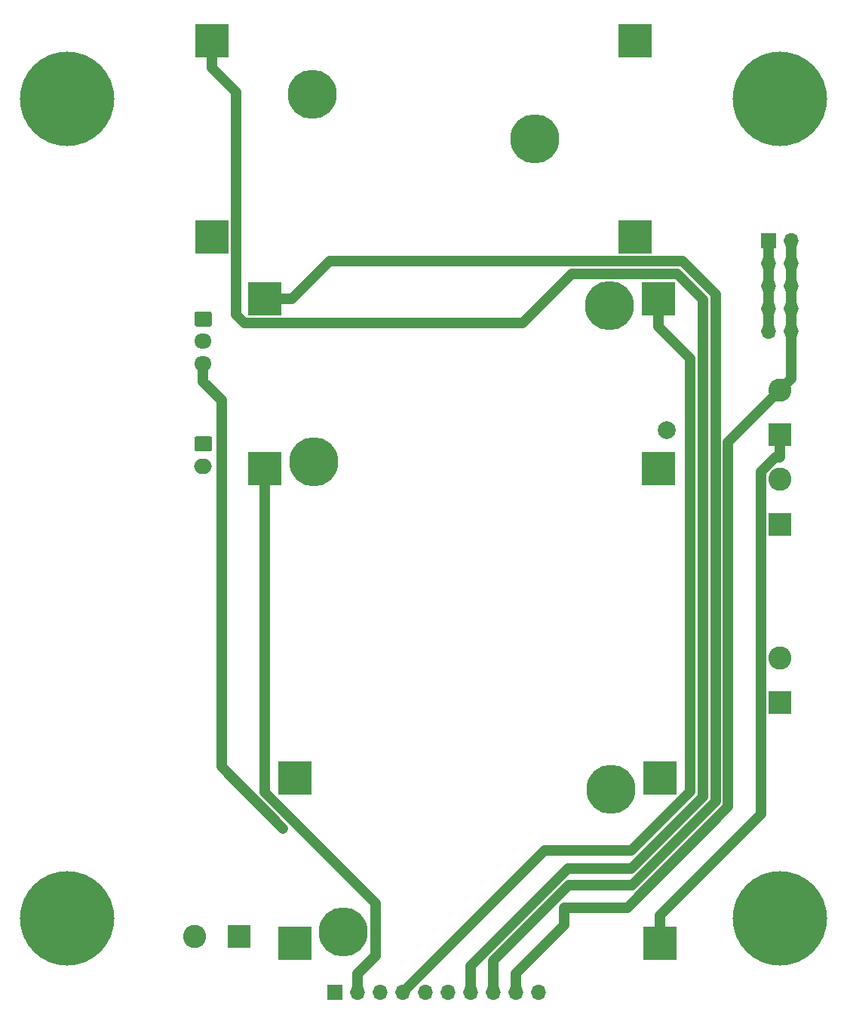
<source format=gtl>
G04 #@! TF.GenerationSoftware,KiCad,Pcbnew,5.1.10*
G04 #@! TF.CreationDate,2021-06-29T02:57:08-05:00*
G04 #@! TF.ProjectId,Power Board,506f7765-7220-4426-9f61-72642e6b6963,rev?*
G04 #@! TF.SameCoordinates,Original*
G04 #@! TF.FileFunction,Copper,L1,Top*
G04 #@! TF.FilePolarity,Positive*
%FSLAX46Y46*%
G04 Gerber Fmt 4.6, Leading zero omitted, Abs format (unit mm)*
G04 Created by KiCad (PCBNEW 5.1.10) date 2021-06-29 02:57:08*
%MOMM*%
%LPD*%
G01*
G04 APERTURE LIST*
G04 #@! TA.AperFunction,ComponentPad*
%ADD10O,1.700000X1.700000*%
G04 #@! TD*
G04 #@! TA.AperFunction,ComponentPad*
%ADD11R,1.700000X1.700000*%
G04 #@! TD*
G04 #@! TA.AperFunction,ComponentPad*
%ADD12O,1.950000X1.700000*%
G04 #@! TD*
G04 #@! TA.AperFunction,ComponentPad*
%ADD13C,0.500000*%
G04 #@! TD*
G04 #@! TA.AperFunction,ComponentPad*
%ADD14C,5.500000*%
G04 #@! TD*
G04 #@! TA.AperFunction,ComponentPad*
%ADD15R,3.750000X3.750000*%
G04 #@! TD*
G04 #@! TA.AperFunction,ComponentPad*
%ADD16C,2.600000*%
G04 #@! TD*
G04 #@! TA.AperFunction,ComponentPad*
%ADD17R,2.600000X2.600000*%
G04 #@! TD*
G04 #@! TA.AperFunction,ComponentPad*
%ADD18C,2.000000*%
G04 #@! TD*
G04 #@! TA.AperFunction,ComponentPad*
%ADD19O,2.000000X1.700000*%
G04 #@! TD*
G04 #@! TA.AperFunction,ComponentPad*
%ADD20C,10.600000*%
G04 #@! TD*
G04 #@! TA.AperFunction,ComponentPad*
%ADD21C,0.900000*%
G04 #@! TD*
G04 #@! TA.AperFunction,ViaPad*
%ADD22C,0.800000*%
G04 #@! TD*
G04 #@! TA.AperFunction,Conductor*
%ADD23C,1.200000*%
G04 #@! TD*
G04 APERTURE END LIST*
D10*
X80360000Y-126250000D03*
X77820000Y-126250000D03*
X75280000Y-126250000D03*
X72740000Y-126250000D03*
X70200000Y-126250000D03*
X67660000Y-126250000D03*
X65120000Y-126250000D03*
X62580000Y-126250000D03*
X60040000Y-126250000D03*
D11*
X57500000Y-126250000D03*
D10*
X108790000Y-52120000D03*
X106250000Y-52120000D03*
X108790000Y-49580000D03*
X106250000Y-49580000D03*
X108790000Y-47040000D03*
X106250000Y-47040000D03*
X108790000Y-44500000D03*
X106250000Y-44500000D03*
X108790000Y-41960000D03*
D11*
X106250000Y-41960000D03*
D12*
X42750000Y-55750000D03*
X42750000Y-53250000D03*
G04 #@! TA.AperFunction,ComponentPad*
G36*
G01*
X42025000Y-49900000D02*
X43475000Y-49900000D01*
G75*
G02*
X43725000Y-50150000I0J-250000D01*
G01*
X43725000Y-51350000D01*
G75*
G02*
X43475000Y-51600000I-250000J0D01*
G01*
X42025000Y-51600000D01*
G75*
G02*
X41775000Y-51350000I0J250000D01*
G01*
X41775000Y-50150000D01*
G75*
G02*
X42025000Y-49900000I250000J0D01*
G01*
G37*
G04 #@! TD.AperFunction*
D13*
X78479720Y-29000000D03*
X56520280Y-23979720D03*
X52850000Y-25500000D03*
X53479720Y-27020280D03*
X56520280Y-27020280D03*
X57150000Y-25500000D03*
X55000000Y-27750000D03*
X81520280Y-28979720D03*
X77850000Y-30500000D03*
D14*
X80000000Y-30500000D03*
X55000000Y-25500000D03*
D13*
X80000000Y-28350000D03*
X55000000Y-23350000D03*
X53479720Y-23979720D03*
X80000000Y-32650000D03*
X82150000Y-30500000D03*
D15*
X91250000Y-41500000D03*
X91250000Y-19500000D03*
X43750000Y-41500000D03*
X43750000Y-19500000D03*
D13*
X78479720Y-32000000D03*
X81520280Y-32020280D03*
D16*
X41750000Y-120000000D03*
D17*
X46750000Y-120000000D03*
D15*
X53000000Y-120750000D03*
X53000000Y-102250000D03*
X94000000Y-120750000D03*
X94000000Y-102250000D03*
D13*
X90020280Y-105020280D03*
X86979720Y-105020280D03*
X90650000Y-103500000D03*
X86979720Y-101979720D03*
X88500000Y-105650000D03*
X88500000Y-101350000D03*
X90020280Y-101979720D03*
X86350000Y-103500000D03*
X60020280Y-117979720D03*
X58500000Y-117350000D03*
X56979720Y-117979720D03*
X56350000Y-119500000D03*
X56979720Y-121020280D03*
X60020280Y-121020280D03*
X60650000Y-119500000D03*
X58500000Y-121650000D03*
D14*
X88500000Y-103500000D03*
X58500000Y-119500000D03*
D15*
X93850000Y-48500000D03*
X93850000Y-67500000D03*
X49650000Y-48500000D03*
X49650000Y-67500000D03*
D13*
X53629720Y-65179720D03*
X56670280Y-65179720D03*
X53000000Y-66700000D03*
X56670280Y-68220280D03*
X55150000Y-64550000D03*
X55150000Y-68850000D03*
X53629720Y-68220280D03*
X57300000Y-66700000D03*
X86829720Y-50820280D03*
X88350000Y-51450000D03*
X89870280Y-50820280D03*
X90500000Y-49300000D03*
X89870280Y-47779720D03*
X86829720Y-47779720D03*
X86200000Y-49300000D03*
X88350000Y-47150000D03*
D14*
X55150000Y-66750000D03*
X88350000Y-49250000D03*
D18*
X94750000Y-63200000D03*
D16*
X107500000Y-58750000D03*
D17*
X107500000Y-63750000D03*
D16*
X107500000Y-68750000D03*
D17*
X107500000Y-73750000D03*
D19*
X42750000Y-67250000D03*
G04 #@! TA.AperFunction,ComponentPad*
G36*
G01*
X42000000Y-63900000D02*
X43500000Y-63900000D01*
G75*
G02*
X43750000Y-64150000I0J-250000D01*
G01*
X43750000Y-65350000D01*
G75*
G02*
X43500000Y-65600000I-250000J0D01*
G01*
X42000000Y-65600000D01*
G75*
G02*
X41750000Y-65350000I0J250000D01*
G01*
X41750000Y-64150000D01*
G75*
G02*
X42000000Y-63900000I250000J0D01*
G01*
G37*
G04 #@! TD.AperFunction*
D16*
X107500000Y-88750000D03*
D17*
X107500000Y-93750000D03*
D20*
X107500000Y-118000000D03*
D21*
X111475000Y-118000000D03*
X110310749Y-120810749D03*
X107500000Y-121975000D03*
X104689251Y-120810749D03*
X103525000Y-118000000D03*
X104689251Y-115189251D03*
X107500000Y-114025000D03*
X110310749Y-115189251D03*
D20*
X107500000Y-26000000D03*
D21*
X111475000Y-26000000D03*
X110310749Y-28810749D03*
X107500000Y-29975000D03*
X104689251Y-28810749D03*
X103525000Y-26000000D03*
X104689251Y-23189251D03*
X107500000Y-22025000D03*
X110310749Y-23189251D03*
D20*
X27500000Y-118000000D03*
D21*
X31475000Y-118000000D03*
X30310749Y-120810749D03*
X27500000Y-121975000D03*
X24689251Y-120810749D03*
X23525000Y-118000000D03*
X24689251Y-115189251D03*
X27500000Y-114025000D03*
X30310749Y-115189251D03*
D20*
X27500000Y-26000000D03*
D21*
X31475000Y-26000000D03*
X30310749Y-28810749D03*
X27500000Y-29975000D03*
X24689251Y-28810749D03*
X23525000Y-26000000D03*
X24689251Y-23189251D03*
X27500000Y-22025000D03*
X30310749Y-23189251D03*
D22*
X51712500Y-107920100D03*
X83295300Y-116767600D03*
D23*
X93850000Y-51575000D02*
X97432700Y-55157700D01*
X97432700Y-55157700D02*
X97432700Y-103724400D01*
X97432700Y-103724400D02*
X90825200Y-110331900D01*
X90825200Y-110331900D02*
X81038100Y-110331900D01*
X81038100Y-110331900D02*
X65120000Y-126250000D01*
X93850000Y-48500000D02*
X93850000Y-51575000D01*
X94000000Y-117675000D02*
X105399600Y-106275400D01*
X105399600Y-106275400D02*
X105399600Y-67825200D01*
X105399600Y-67825200D02*
X106974800Y-66250000D01*
X106974800Y-66250000D02*
X107500000Y-66250000D01*
X94000000Y-120750000D02*
X94000000Y-117675000D01*
X107500000Y-63750000D02*
X107500000Y-66250000D01*
X106250000Y-49580000D02*
X106250000Y-52120000D01*
X106250000Y-47040000D02*
X106250000Y-49580000D01*
X106250000Y-44500000D02*
X106250000Y-47040000D01*
X106250000Y-41960000D02*
X106250000Y-44500000D01*
X43750000Y-19500000D02*
X43750000Y-22575000D01*
X43750000Y-22575000D02*
X46439000Y-25264000D01*
X46439000Y-25264000D02*
X46439000Y-50228500D01*
X46439000Y-50228500D02*
X47389100Y-51178600D01*
X47389100Y-51178600D02*
X78568800Y-51178600D01*
X78568800Y-51178600D02*
X84086300Y-45661100D01*
X84086300Y-45661100D02*
X95944100Y-45661100D01*
X95944100Y-45661100D02*
X98858300Y-48575300D01*
X98858300Y-48575300D02*
X98858300Y-104323000D01*
X98858300Y-104323000D02*
X90826900Y-112354400D01*
X90826900Y-112354400D02*
X83685600Y-112354400D01*
X83685600Y-112354400D02*
X72740000Y-123300000D01*
X72740000Y-123300000D02*
X72740000Y-126250000D01*
X60040000Y-126250000D02*
X60040000Y-124200000D01*
X49650000Y-67500000D02*
X49650000Y-103860000D01*
X49650000Y-103860000D02*
X62062400Y-116272400D01*
X62062400Y-116272400D02*
X62062400Y-122177600D01*
X62062400Y-122177600D02*
X60040000Y-124200000D01*
X42750000Y-55750000D02*
X42750000Y-57800000D01*
X42750000Y-57800000D02*
X44800000Y-59850000D01*
X44800000Y-59850000D02*
X44800000Y-101007600D01*
X44800000Y-101007600D02*
X51712500Y-107920100D01*
X75280000Y-126250000D02*
X75280000Y-122741800D01*
X75280000Y-122741800D02*
X83771900Y-114249900D01*
X83771900Y-114249900D02*
X90911700Y-114249900D01*
X90911700Y-114249900D02*
X100258600Y-104903000D01*
X100258600Y-104903000D02*
X100258600Y-47995300D01*
X100258600Y-47995300D02*
X96524100Y-44260800D01*
X96524100Y-44260800D02*
X56964200Y-44260800D01*
X56964200Y-44260800D02*
X52725000Y-48500000D01*
X49650000Y-48500000D02*
X52725000Y-48500000D01*
X83295300Y-116767600D02*
X90374300Y-116767600D01*
X90374300Y-116767600D02*
X101658900Y-105483000D01*
X101658900Y-105483000D02*
X101658900Y-64591100D01*
X101658900Y-64591100D02*
X107500000Y-58750000D01*
X83295300Y-116767600D02*
X83295300Y-118724700D01*
X83295300Y-118724700D02*
X77820000Y-124200000D01*
X108790000Y-52120000D02*
X108790000Y-57460000D01*
X108790000Y-57460000D02*
X107500000Y-58750000D01*
X77820000Y-126250000D02*
X77820000Y-124200000D01*
X108790000Y-49580000D02*
X108790000Y-52120000D01*
X108790000Y-47040000D02*
X108790000Y-49580000D01*
X108790000Y-44500000D02*
X108790000Y-47040000D01*
X108790000Y-41960000D02*
X108790000Y-44500000D01*
M02*

</source>
